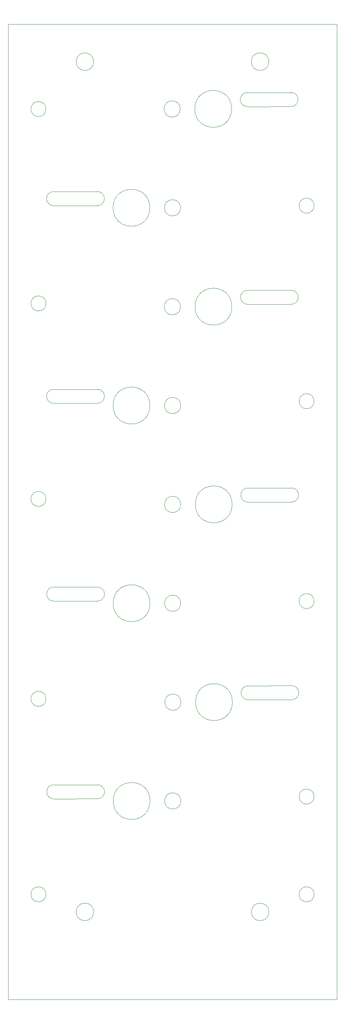
<source format=gbr>
%TF.GenerationSoftware,KiCad,Pcbnew,(2017-11-10 revision d8f4e35)-HEAD*%
%TF.CreationDate,2017-12-06T14:25:09-08:00*%
%TF.ProjectId,floor_pcb,666C6F6F725F7063622E6B696361645F,rev?*%
%TF.SameCoordinates,Original*%
%TF.FileFunction,Profile,NP*%
%FSLAX46Y46*%
G04 Gerber Fmt 4.6, Leading zero omitted, Abs format (unit mm)*
G04 Created by KiCad (PCBNEW (2017-11-10 revision d8f4e35)-HEAD) date Wed Dec  6 14:25:09 2017*
%MOMM*%
%LPD*%
G01*
G04 APERTURE LIST*
%ADD10C,0.001000*%
G04 APERTURE END LIST*
D10*
X142115153Y-70245379D02*
G75*
G02X142108633Y-67045385I-3260J1599997D01*
G01*
X152108612Y-67025010D02*
G75*
G02X152115132Y-70225004I3260J-1599997D01*
G01*
X142057908Y-25235283D02*
X152057887Y-25214907D01*
X142051388Y-22035289D02*
X152051367Y-22014914D01*
X126762780Y-25774200D02*
G75*
G03X126762780Y-25774200I-1851780J0D01*
G01*
X138486470Y-25755190D02*
G75*
G03X138486470Y-25755190I-4200000J0D01*
G01*
X142057908Y-25235283D02*
G75*
G02X142051388Y-22035289I-3260J1599997D01*
G01*
X87500000Y-228507200D02*
X87500000Y-6507200D01*
X162500000Y-228507200D02*
X87500000Y-228507200D01*
X162500000Y-6507200D02*
X162500000Y-228507200D01*
X87500000Y-6507200D02*
X162500000Y-6507200D01*
X107891787Y-182789837D02*
X97891788Y-182794898D01*
X107890167Y-179589837D02*
X97890169Y-179594898D01*
X126891790Y-183285137D02*
G75*
G03X126891790Y-183285137I-1851780J0D01*
G01*
X119864522Y-183289976D02*
G75*
G03X119864522Y-183289976I-4200000J0D01*
G01*
X107890167Y-179589837D02*
G75*
G02X107891787Y-182789837I810J-1600000D01*
G01*
X138600959Y-115775383D02*
G75*
G03X138600959Y-115775383I-4200000J0D01*
G01*
X142172397Y-115255474D02*
G75*
G02X142165877Y-112055482I-3260J1599996D01*
G01*
X152165856Y-112035106D02*
G75*
G02X152172376Y-115235100I3260J-1599997D01*
G01*
X142115153Y-70245379D02*
X152115132Y-70225004D01*
X142108633Y-67045385D02*
X152108612Y-67025010D01*
X126820024Y-70784296D02*
G75*
G03X126820024Y-70784296I-1851780J0D01*
G01*
X138543714Y-70765287D02*
G75*
G03X138543714Y-70765287I-4200000J0D01*
G01*
X107848157Y-44572900D02*
X97848158Y-44577961D01*
X126849780Y-48268200D02*
G75*
G03X126849780Y-48268200I-1851780J0D01*
G01*
X119822512Y-48273038D02*
G75*
G03X119822512Y-48273038I-4200000J0D01*
G01*
X107848157Y-44572900D02*
G75*
G02X107849777Y-47772900I810J-1600000D01*
G01*
X97849778Y-47777961D02*
G75*
G02X97848158Y-44577961I-810J1600000D01*
G01*
X142229641Y-160265571D02*
X152229621Y-160245196D01*
X142223121Y-157065578D02*
X152223101Y-157045203D01*
X152051367Y-22014915D02*
G75*
G02X152057887Y-25214907I3260J-1599996D01*
G01*
X147000000Y-15007200D02*
G75*
G03X147000000Y-15007200I-2000000J0D01*
G01*
X107000000Y-15007200D02*
G75*
G03X107000000Y-15007200I-2000000J0D01*
G01*
X147000000Y-208542700D02*
G75*
G03X147000000Y-208542700I-2000000J0D01*
G01*
X107000000Y-208542700D02*
G75*
G03X107000000Y-208542700I-2000000J0D01*
G01*
X96114500Y-70043200D02*
G75*
G03X96114500Y-70043200I-1714500J0D01*
G01*
X96114500Y-25792200D02*
G75*
G03X96114500Y-25792200I-1714500J0D01*
G01*
X126934513Y-160804489D02*
G75*
G03X126934513Y-160804489I-1851780J0D01*
G01*
X138658203Y-160785479D02*
G75*
G03X138658203Y-160785479I-4200000J0D01*
G01*
X142229641Y-160265572D02*
G75*
G02X142223121Y-157065578I-3260J1599997D01*
G01*
X152223101Y-157045204D02*
G75*
G02X152229621Y-160245196I3260J-1599996D01*
G01*
X142172397Y-115255475D02*
X152172376Y-115235100D01*
X142165877Y-112055482D02*
X152165856Y-112035107D01*
X126877269Y-115794393D02*
G75*
G03X126877269Y-115794393I-1851780J0D01*
G01*
X157314501Y-204542700D02*
G75*
G03X157314501Y-204542700I-1714500J0D01*
G01*
X157314501Y-182292700D02*
G75*
G03X157314501Y-182292700I-1714500J0D01*
G01*
X157314501Y-137792701D02*
G75*
G03X157314501Y-137792701I-1714500J0D01*
G01*
X157314501Y-92292700D02*
G75*
G03X157314501Y-92292700I-1714500J0D01*
G01*
X157314501Y-47792701D02*
G75*
G03X157314501Y-47792701I-1714500J0D01*
G01*
X96114501Y-204542700D02*
G75*
G03X96114501Y-204542700I-1714500J0D01*
G01*
X96114501Y-160042701D02*
G75*
G03X96114501Y-160042701I-1714500J0D01*
G01*
X107863780Y-92778545D02*
X97863781Y-92783606D01*
X107862160Y-89578546D02*
X97862162Y-89583607D01*
X126863783Y-93273846D02*
G75*
G03X126863783Y-93273846I-1851780J0D01*
G01*
X119836515Y-93278684D02*
G75*
G03X119836515Y-93278684I-4200000J0D01*
G01*
X107862160Y-89578547D02*
G75*
G02X107863780Y-92778545I810J-1599999D01*
G01*
X97863782Y-92783607D02*
G75*
G02X97862162Y-89583607I-810J1600000D01*
G01*
X107849777Y-47772900D02*
X97849778Y-47777961D01*
X97891787Y-182794898D02*
G75*
G02X97890169Y-179594898I-809J1600000D01*
G01*
X107877783Y-137784191D02*
X97877785Y-137789252D01*
X107876164Y-134584192D02*
X97876165Y-134589253D01*
X126877787Y-138279492D02*
G75*
G03X126877787Y-138279492I-1851780J0D01*
G01*
X119850519Y-138284330D02*
G75*
G03X119850519Y-138284330I-4200000J0D01*
G01*
X107876165Y-134584191D02*
G75*
G02X107877783Y-137784191I809J-1600000D01*
G01*
X97877785Y-137789251D02*
G75*
G02X97876165Y-134589253I-810J1599999D01*
G01*
X96114501Y-114542700D02*
G75*
G03X96114501Y-114542700I-1714500J0D01*
G01*
M02*

</source>
